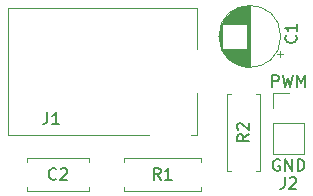
<source format=gto>
G04 #@! TF.GenerationSoftware,KiCad,Pcbnew,(5.1.2-1)-1*
G04 #@! TF.CreationDate,2020-04-08T11:28:40-04:00*
G04 #@! TF.ProjectId,raspberry_pi_zero_mono_audio_out,72617370-6265-4727-9279-5f70695f7a65,rev?*
G04 #@! TF.SameCoordinates,Original*
G04 #@! TF.FileFunction,Legend,Top*
G04 #@! TF.FilePolarity,Positive*
%FSLAX46Y46*%
G04 Gerber Fmt 4.6, Leading zero omitted, Abs format (unit mm)*
G04 Created by KiCad (PCBNEW (5.1.2-1)-1) date 2020-04-08 11:28:40*
%MOMM*%
%LPD*%
G04 APERTURE LIST*
%ADD10C,0.150000*%
%ADD11C,0.120000*%
%ADD12O,1.626000X3.404000*%
%ADD13O,3.404000X1.626000*%
%ADD14O,1.702000X1.702000*%
%ADD15C,1.702000*%
%ADD16O,1.802000X1.802000*%
%ADD17R,1.802000X1.802000*%
%ADD18R,1.702000X1.702000*%
G04 APERTURE END LIST*
D10*
X163695238Y-89606380D02*
X163695238Y-88606380D01*
X164076190Y-88606380D01*
X164171428Y-88654000D01*
X164219047Y-88701619D01*
X164266666Y-88796857D01*
X164266666Y-88939714D01*
X164219047Y-89034952D01*
X164171428Y-89082571D01*
X164076190Y-89130190D01*
X163695238Y-89130190D01*
X164600000Y-88606380D02*
X164838095Y-89606380D01*
X165028571Y-88892095D01*
X165219047Y-89606380D01*
X165457142Y-88606380D01*
X165838095Y-89606380D02*
X165838095Y-88606380D01*
X166171428Y-89320666D01*
X166504761Y-88606380D01*
X166504761Y-89606380D01*
X164338095Y-95766000D02*
X164242857Y-95718380D01*
X164100000Y-95718380D01*
X163957142Y-95766000D01*
X163861904Y-95861238D01*
X163814285Y-95956476D01*
X163766666Y-96146952D01*
X163766666Y-96289809D01*
X163814285Y-96480285D01*
X163861904Y-96575523D01*
X163957142Y-96670761D01*
X164100000Y-96718380D01*
X164195238Y-96718380D01*
X164338095Y-96670761D01*
X164385714Y-96623142D01*
X164385714Y-96289809D01*
X164195238Y-96289809D01*
X164814285Y-96718380D02*
X164814285Y-95718380D01*
X165385714Y-96718380D01*
X165385714Y-95718380D01*
X165861904Y-96718380D02*
X165861904Y-95718380D01*
X166100000Y-95718380D01*
X166242857Y-95766000D01*
X166338095Y-95861238D01*
X166385714Y-95956476D01*
X166433333Y-96146952D01*
X166433333Y-96289809D01*
X166385714Y-96480285D01*
X166338095Y-96575523D01*
X166242857Y-96670761D01*
X166100000Y-96718380D01*
X165861904Y-96718380D01*
D11*
X153261225Y-93701000D02*
X141361225Y-93701000D01*
X157361225Y-93701000D02*
X156861225Y-93701000D01*
X157361225Y-90101000D02*
X157361225Y-93701000D01*
X157361225Y-82901000D02*
X157361225Y-86401000D01*
X141361225Y-82901000D02*
X157361225Y-82901000D01*
X141361225Y-93701000D02*
X141361225Y-82901000D01*
X159920000Y-96742000D02*
X160250000Y-96742000D01*
X159920000Y-90202000D02*
X159920000Y-96742000D01*
X160250000Y-90202000D02*
X159920000Y-90202000D01*
X162660000Y-96742000D02*
X162330000Y-96742000D01*
X162660000Y-90202000D02*
X162660000Y-96742000D01*
X162330000Y-90202000D02*
X162660000Y-90202000D01*
X157702000Y-98398000D02*
X157702000Y-98068000D01*
X151162000Y-98398000D02*
X157702000Y-98398000D01*
X151162000Y-98068000D02*
X151162000Y-98398000D01*
X157702000Y-95658000D02*
X157702000Y-95988000D01*
X151162000Y-95658000D02*
X157702000Y-95658000D01*
X151162000Y-95988000D02*
X151162000Y-95658000D01*
X163770000Y-90110000D02*
X165100000Y-90110000D01*
X163770000Y-91440000D02*
X163770000Y-90110000D01*
X163770000Y-92710000D02*
X166430000Y-92710000D01*
X166430000Y-92710000D02*
X166430000Y-95310000D01*
X163770000Y-92710000D02*
X163770000Y-95310000D01*
X163770000Y-95310000D02*
X166430000Y-95310000D01*
X142962000Y-95973000D02*
X142962000Y-95658000D01*
X142962000Y-98398000D02*
X142962000Y-98083000D01*
X148202000Y-95973000D02*
X148202000Y-95658000D01*
X148202000Y-98398000D02*
X148202000Y-98083000D01*
X148202000Y-95658000D02*
X142962000Y-95658000D01*
X148202000Y-98398000D02*
X142962000Y-98398000D01*
X164372775Y-87069000D02*
X164372775Y-86569000D01*
X164622775Y-86819000D02*
X164122775Y-86819000D01*
X159217000Y-85628000D02*
X159217000Y-85060000D01*
X159257000Y-85862000D02*
X159257000Y-84826000D01*
X159297000Y-86021000D02*
X159297000Y-84667000D01*
X159337000Y-86149000D02*
X159337000Y-84539000D01*
X159377000Y-86259000D02*
X159377000Y-84429000D01*
X159417000Y-86355000D02*
X159417000Y-84333000D01*
X159457000Y-86442000D02*
X159457000Y-84246000D01*
X159497000Y-86522000D02*
X159497000Y-84166000D01*
X159537000Y-84304000D02*
X159537000Y-84093000D01*
X159537000Y-86595000D02*
X159537000Y-86384000D01*
X159577000Y-84304000D02*
X159577000Y-84025000D01*
X159577000Y-86663000D02*
X159577000Y-86384000D01*
X159617000Y-84304000D02*
X159617000Y-83961000D01*
X159617000Y-86727000D02*
X159617000Y-86384000D01*
X159657000Y-84304000D02*
X159657000Y-83901000D01*
X159657000Y-86787000D02*
X159657000Y-86384000D01*
X159697000Y-84304000D02*
X159697000Y-83844000D01*
X159697000Y-86844000D02*
X159697000Y-86384000D01*
X159737000Y-84304000D02*
X159737000Y-83790000D01*
X159737000Y-86898000D02*
X159737000Y-86384000D01*
X159777000Y-84304000D02*
X159777000Y-83739000D01*
X159777000Y-86949000D02*
X159777000Y-86384000D01*
X159817000Y-84304000D02*
X159817000Y-83691000D01*
X159817000Y-86997000D02*
X159817000Y-86384000D01*
X159857000Y-84304000D02*
X159857000Y-83645000D01*
X159857000Y-87043000D02*
X159857000Y-86384000D01*
X159897000Y-84304000D02*
X159897000Y-83601000D01*
X159897000Y-87087000D02*
X159897000Y-86384000D01*
X159937000Y-84304000D02*
X159937000Y-83559000D01*
X159937000Y-87129000D02*
X159937000Y-86384000D01*
X159977000Y-84304000D02*
X159977000Y-83518000D01*
X159977000Y-87170000D02*
X159977000Y-86384000D01*
X160017000Y-84304000D02*
X160017000Y-83480000D01*
X160017000Y-87208000D02*
X160017000Y-86384000D01*
X160057000Y-84304000D02*
X160057000Y-83443000D01*
X160057000Y-87245000D02*
X160057000Y-86384000D01*
X160097000Y-84304000D02*
X160097000Y-83407000D01*
X160097000Y-87281000D02*
X160097000Y-86384000D01*
X160137000Y-84304000D02*
X160137000Y-83373000D01*
X160137000Y-87315000D02*
X160137000Y-86384000D01*
X160177000Y-84304000D02*
X160177000Y-83340000D01*
X160177000Y-87348000D02*
X160177000Y-86384000D01*
X160217000Y-84304000D02*
X160217000Y-83309000D01*
X160217000Y-87379000D02*
X160217000Y-86384000D01*
X160257000Y-84304000D02*
X160257000Y-83279000D01*
X160257000Y-87409000D02*
X160257000Y-86384000D01*
X160297000Y-84304000D02*
X160297000Y-83249000D01*
X160297000Y-87439000D02*
X160297000Y-86384000D01*
X160337000Y-84304000D02*
X160337000Y-83222000D01*
X160337000Y-87466000D02*
X160337000Y-86384000D01*
X160377000Y-84304000D02*
X160377000Y-83195000D01*
X160377000Y-87493000D02*
X160377000Y-86384000D01*
X160417000Y-84304000D02*
X160417000Y-83169000D01*
X160417000Y-87519000D02*
X160417000Y-86384000D01*
X160457000Y-84304000D02*
X160457000Y-83144000D01*
X160457000Y-87544000D02*
X160457000Y-86384000D01*
X160497000Y-84304000D02*
X160497000Y-83120000D01*
X160497000Y-87568000D02*
X160497000Y-86384000D01*
X160537000Y-84304000D02*
X160537000Y-83097000D01*
X160537000Y-87591000D02*
X160537000Y-86384000D01*
X160577000Y-84304000D02*
X160577000Y-83076000D01*
X160577000Y-87612000D02*
X160577000Y-86384000D01*
X160617000Y-84304000D02*
X160617000Y-83054000D01*
X160617000Y-87634000D02*
X160617000Y-86384000D01*
X160657000Y-84304000D02*
X160657000Y-83034000D01*
X160657000Y-87654000D02*
X160657000Y-86384000D01*
X160697000Y-84304000D02*
X160697000Y-83015000D01*
X160697000Y-87673000D02*
X160697000Y-86384000D01*
X160737000Y-84304000D02*
X160737000Y-82996000D01*
X160737000Y-87692000D02*
X160737000Y-86384000D01*
X160777000Y-84304000D02*
X160777000Y-82979000D01*
X160777000Y-87709000D02*
X160777000Y-86384000D01*
X160817000Y-84304000D02*
X160817000Y-82962000D01*
X160817000Y-87726000D02*
X160817000Y-86384000D01*
X160857000Y-84304000D02*
X160857000Y-82946000D01*
X160857000Y-87742000D02*
X160857000Y-86384000D01*
X160897000Y-84304000D02*
X160897000Y-82930000D01*
X160897000Y-87758000D02*
X160897000Y-86384000D01*
X160937000Y-84304000D02*
X160937000Y-82916000D01*
X160937000Y-87772000D02*
X160937000Y-86384000D01*
X160977000Y-84304000D02*
X160977000Y-82902000D01*
X160977000Y-87786000D02*
X160977000Y-86384000D01*
X161017000Y-84304000D02*
X161017000Y-82889000D01*
X161017000Y-87799000D02*
X161017000Y-86384000D01*
X161057000Y-84304000D02*
X161057000Y-82876000D01*
X161057000Y-87812000D02*
X161057000Y-86384000D01*
X161097000Y-84304000D02*
X161097000Y-82864000D01*
X161097000Y-87824000D02*
X161097000Y-86384000D01*
X161138000Y-84304000D02*
X161138000Y-82853000D01*
X161138000Y-87835000D02*
X161138000Y-86384000D01*
X161178000Y-84304000D02*
X161178000Y-82843000D01*
X161178000Y-87845000D02*
X161178000Y-86384000D01*
X161218000Y-84304000D02*
X161218000Y-82833000D01*
X161218000Y-87855000D02*
X161218000Y-86384000D01*
X161258000Y-84304000D02*
X161258000Y-82824000D01*
X161258000Y-87864000D02*
X161258000Y-86384000D01*
X161298000Y-84304000D02*
X161298000Y-82816000D01*
X161298000Y-87872000D02*
X161298000Y-86384000D01*
X161338000Y-84304000D02*
X161338000Y-82808000D01*
X161338000Y-87880000D02*
X161338000Y-86384000D01*
X161378000Y-84304000D02*
X161378000Y-82801000D01*
X161378000Y-87887000D02*
X161378000Y-86384000D01*
X161418000Y-84304000D02*
X161418000Y-82794000D01*
X161418000Y-87894000D02*
X161418000Y-86384000D01*
X161458000Y-84304000D02*
X161458000Y-82788000D01*
X161458000Y-87900000D02*
X161458000Y-86384000D01*
X161498000Y-84304000D02*
X161498000Y-82783000D01*
X161498000Y-87905000D02*
X161498000Y-86384000D01*
X161538000Y-84304000D02*
X161538000Y-82779000D01*
X161538000Y-87909000D02*
X161538000Y-86384000D01*
X161578000Y-84304000D02*
X161578000Y-82775000D01*
X161578000Y-87913000D02*
X161578000Y-86384000D01*
X161618000Y-87917000D02*
X161618000Y-82771000D01*
X161658000Y-87920000D02*
X161658000Y-82768000D01*
X161698000Y-87922000D02*
X161698000Y-82766000D01*
X161738000Y-87923000D02*
X161738000Y-82765000D01*
X161778000Y-87924000D02*
X161778000Y-82764000D01*
X161818000Y-87924000D02*
X161818000Y-82764000D01*
X164438000Y-85344000D02*
G75*
G03X164438000Y-85344000I-2620000J0D01*
G01*
D10*
X144677891Y-91753380D02*
X144677891Y-92467666D01*
X144630272Y-92610523D01*
X144535034Y-92705761D01*
X144392177Y-92753380D01*
X144296939Y-92753380D01*
X145677891Y-92753380D02*
X145106463Y-92753380D01*
X145392177Y-92753380D02*
X145392177Y-91753380D01*
X145296939Y-91896238D01*
X145201701Y-91991476D01*
X145106463Y-92039095D01*
X161742380Y-93638666D02*
X161266190Y-93972000D01*
X161742380Y-94210095D02*
X160742380Y-94210095D01*
X160742380Y-93829142D01*
X160790000Y-93733904D01*
X160837619Y-93686285D01*
X160932857Y-93638666D01*
X161075714Y-93638666D01*
X161170952Y-93686285D01*
X161218571Y-93733904D01*
X161266190Y-93829142D01*
X161266190Y-94210095D01*
X160837619Y-93257714D02*
X160790000Y-93210095D01*
X160742380Y-93114857D01*
X160742380Y-92876761D01*
X160790000Y-92781523D01*
X160837619Y-92733904D01*
X160932857Y-92686285D01*
X161028095Y-92686285D01*
X161170952Y-92733904D01*
X161742380Y-93305333D01*
X161742380Y-92686285D01*
X154265333Y-97480380D02*
X153932000Y-97004190D01*
X153693904Y-97480380D02*
X153693904Y-96480380D01*
X154074857Y-96480380D01*
X154170095Y-96528000D01*
X154217714Y-96575619D01*
X154265333Y-96670857D01*
X154265333Y-96813714D01*
X154217714Y-96908952D01*
X154170095Y-96956571D01*
X154074857Y-97004190D01*
X153693904Y-97004190D01*
X155217714Y-97480380D02*
X154646285Y-97480380D01*
X154932000Y-97480380D02*
X154932000Y-96480380D01*
X154836761Y-96623238D01*
X154741523Y-96718476D01*
X154646285Y-96766095D01*
X164766666Y-97242380D02*
X164766666Y-97956666D01*
X164719047Y-98099523D01*
X164623809Y-98194761D01*
X164480952Y-98242380D01*
X164385714Y-98242380D01*
X165195238Y-97337619D02*
X165242857Y-97290000D01*
X165338095Y-97242380D01*
X165576190Y-97242380D01*
X165671428Y-97290000D01*
X165719047Y-97337619D01*
X165766666Y-97432857D01*
X165766666Y-97528095D01*
X165719047Y-97670952D01*
X165147619Y-98242380D01*
X165766666Y-98242380D01*
X145415333Y-97385142D02*
X145367714Y-97432761D01*
X145224857Y-97480380D01*
X145129619Y-97480380D01*
X144986761Y-97432761D01*
X144891523Y-97337523D01*
X144843904Y-97242285D01*
X144796285Y-97051809D01*
X144796285Y-96908952D01*
X144843904Y-96718476D01*
X144891523Y-96623238D01*
X144986761Y-96528000D01*
X145129619Y-96480380D01*
X145224857Y-96480380D01*
X145367714Y-96528000D01*
X145415333Y-96575619D01*
X145796285Y-96575619D02*
X145843904Y-96528000D01*
X145939142Y-96480380D01*
X146177238Y-96480380D01*
X146272476Y-96528000D01*
X146320095Y-96575619D01*
X146367714Y-96670857D01*
X146367714Y-96766095D01*
X146320095Y-96908952D01*
X145748666Y-97480380D01*
X146367714Y-97480380D01*
X165711142Y-85256666D02*
X165758761Y-85304285D01*
X165806380Y-85447142D01*
X165806380Y-85542380D01*
X165758761Y-85685238D01*
X165663523Y-85780476D01*
X165568285Y-85828095D01*
X165377809Y-85875714D01*
X165234952Y-85875714D01*
X165044476Y-85828095D01*
X164949238Y-85780476D01*
X164854000Y-85685238D01*
X164806380Y-85542380D01*
X164806380Y-85447142D01*
X164854000Y-85304285D01*
X164901619Y-85256666D01*
X165806380Y-84304285D02*
X165806380Y-84875714D01*
X165806380Y-84590000D02*
X164806380Y-84590000D01*
X164949238Y-84685238D01*
X165044476Y-84780476D01*
X165092095Y-84875714D01*
%LPC*%
D12*
X144011225Y-88301000D03*
D13*
X155011225Y-93501000D03*
D12*
X157211225Y-88301000D03*
D14*
X161290000Y-97282000D03*
D15*
X161290000Y-89662000D03*
D14*
X158242000Y-97028000D03*
D15*
X150622000Y-97028000D03*
D16*
X165100000Y-93980000D03*
D17*
X165100000Y-91440000D03*
D15*
X143082000Y-97028000D03*
X148082000Y-97028000D03*
X160568000Y-85344000D03*
D18*
X163068000Y-85344000D03*
M02*

</source>
